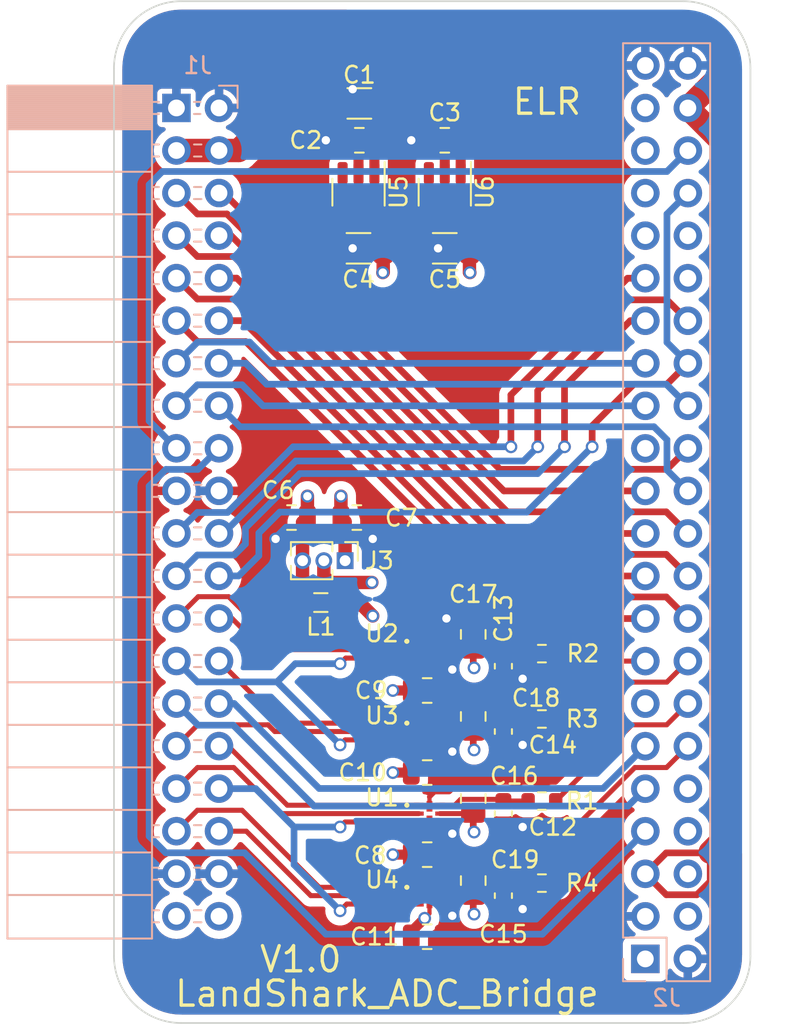
<source format=kicad_pcb>
(kicad_pcb (version 20211014) (generator pcbnew)
  (layers (0 "F.Cu" signal) (1 "In1.Cu" signal) (2 "In2.Cu" signal) (31 "B.Cu" signal) (34 "B.Paste" user) (35 "F.Paste" user) (36 "B.SilkS" user "B.Silkscreen") (37 "F.SilkS" user "F.Silkscreen") (38 "B.Mask" user) (39 "F.Mask" user) (44 "Edge.Cuts" user))
  (net 0 "")
  (net 1 "GND")
  (net 2 "+5V")
  (net 3 "/X1_H")
  (net 4 "/X1_L")
  (net 5 "/X2_H")
  (net 6 "/X2_L")
  (net 7 "/Y1_H")
  (net 8 "/Y1_L")
  (net 9 "/Y2_H")
  (net 10 "/Y2_L")
  (net 11 "/SPI2_MOSI")
  (net 12 "/SPI2_MISO")
  (net 13 "/SPI2_SCK")
  (net 14 "/SPI2_NCS")
  (net 15 "/I2C2_SDA")
  (net 16 "/I2C2_SCL")
  (net 17 "/I_X1")
  (net 18 "/I_X2")
  (net 19 "/I_Y1")
  (net 20 "/I_Y2")
  (net 21 "/V_X1")
  (net 22 "/V_X2")
  (net 23 "/V_Y1")
  (net 24 "/V_Y2")
  (net 25 "/ADC8")
  (net 26 "/ADC9")
  (net 27 "/PS_GPIO0")
  (net 28 "/PS_GPIO1")
  (net 29 "/PS_GPIO2")
  (net 30 "/PS_GPIO3")
  (net 31 "/PS_GPIO4")
  (net 32 "/PS_GPIO5")
  (net 33 "/VM")
  (net 38 "/I_Y2_SENSE")
  (net 40 "/I_X1_SENSE")
  (net 41 "/I_X2_SENSE")
  (net 42 "/I_Y1_SENSE")
  (net 50 "+3V3")
  (net 51 "+2V5")
  (net 52 "VDDA")
  (net 53 "Net-(U1-Pad7)")
  (net 54 "Net-(U2-Pad7)")
  (net 55 "Net-(U3-Pad7)")
  (net 56 "Net-(U4-Pad7)")
  (net 57 "VDD")
  (footprint "Resistor_SMD:R_0603_1608Metric" (layer "F.Cu") (at 157.55 107.95 180)
    (fp_text reference "R2")
    (fp_text value "330")
  )
  (footprint "Capacitor_SMD:C_0805_2012Metric" (layer "F.Cu") (at 150.7 124.85)
    (fp_text reference "C11")
    (fp_text value "1u")
  )
  (footprint "Capacitor_SMD:C_0603_1608Metric" (layer "F.Cu") (at 155.25 108.7 90)
    (fp_text reference "C13")
    (fp_text value "470p")
  )
  (footprint "Connector_PinHeader_1.27mm:PinHeader_1x03_P1.27mm_Vertical" (layer "F.Cu") (at 145.8 102.4 -90)
    (fp_text reference "J3")
    (fp_text value "Conn_01x03")
  )
  (footprint "Capacitor_SMD:C_0805_2012Metric" (layer "F.Cu") (at 153.45 121.5 -90)
    (fp_text reference "C19")
    (fp_text value "1u")
  )
  (footprint "Signetics:ADS7052IRUGR" (layer "F.Cu") (at 150.2 107.215 -90)
    (fp_text reference "U2")
    (fp_text value "ADS7052")
  )
  (footprint "Signetics:ADS7052IRUGR" (layer "F.Cu") (at 150.2025 121.9 -90)
    (fp_text reference "U4")
    (fp_text value "ADS7052")
  )
  (footprint "Capacitor_SMD:C_0805_2012Metric" (layer "F.Cu") (at 153.45 116.6 -90)
    (fp_text reference "C16")
    (fp_text value "1u")
  )
  (footprint "Capacitor_SMD:C_0805_2012Metric" (layer "F.Cu") (at 150.7 110.15)
    (fp_text reference "C9")
    (fp_text value "1u")
  )
  (footprint "Capacitor_SMD:C_1206_3216Metric" (layer "F.Cu") (at 146.65 75.1 180)
    (fp_text reference "C1")
    (fp_text value "10u")
  )
  (footprint "Capacitor_SMD:C_0805_2012Metric" (layer "F.Cu") (at 142.6 99.825 180)
    (fp_text reference "C6")
    (fp_text value "1u")
  )
  (footprint "Resistor_SMD:R_0603_1608Metric" (layer "F.Cu") (at 157.55 111.85 180)
    (fp_text reference "R3")
    (fp_text value "330")
  )
  (footprint "Capacitor_SMD:C_0805_2012Metric" (layer "F.Cu") (at 153.45 111.7 -90)
    (fp_text reference "C18")
    (fp_text value "1u")
  )
  (footprint "Resistor_SMD:R_0603_1608Metric" (layer "F.Cu") (at 157.55 116.75 180)
    (fp_text reference "R1")
    (fp_text value "330")
  )
  (footprint "Capacitor_SMD:C_0603_1608Metric" (layer "F.Cu") (at 155.25 122.4 90)
    (fp_text reference "C15")
    (fp_text value "470p")
  )
  (footprint "Capacitor_SMD:C_0805_2012Metric" (layer "F.Cu") (at 151.75 77.3 180)
    (fp_text reference "C3")
    (fp_text value "1u")
  )
  (footprint "Capacitor_SMD:C_0805_2012Metric" (layer "F.Cu") (at 150.7 115.05)
    (fp_text reference "C10")
    (fp_text value "1u")
  )
  (footprint "Package_TO_SOT_SMD:SOT-23-5" (layer "F.Cu") (at 146.6 80.4 -90)
    (fp_text reference "U5")
    (fp_text value "XC6219B332MR")
  )
  (footprint "Capacitor_SMD:C_0805_2012Metric" (layer "F.Cu") (at 146.5 99.825)
    (fp_text reference "C7")
    (fp_text value "1u")
  )
  (footprint "Signetics:ADS7052IRUGR" (layer "F.Cu") (at 150.2025 112.1 -90)
    (fp_text reference "U3")
    (fp_text value "ADS7052")
  )
  (footprint "Capacitor_SMD:C_0805_2012Metric" (layer "F.Cu") (at 150.7 119.95)
    (fp_text reference "C8")
    (fp_text value "1u")
  )
  (footprint "Package_TO_SOT_SMD:SOT-23-5" (layer "F.Cu") (at 151.75 80.4 -90)
    (fp_text reference "U6")
    (fp_text value "ME6211C25M5G-N")
  )
  (footprint "Capacitor_SMD:C_0805_2012Metric" (layer "F.Cu") (at 153.45 106.8 -90)
    (fp_text reference "C17")
    (fp_text value "1u")
  )
  (footprint "Signetics:ADS7052IRUGR" (layer "F.Cu") (at 150.2025 117 -90)
    (fp_text reference "U1")
    (fp_text value "ADS7052")
  )
  (footprint "Capacitor_SMD:C_1206_3216Metric" (layer "F.Cu") (at 146.6 83.75 180)
    (fp_text reference "C4")
    (fp_text value "10u")
  )
  (footprint "Resistor_SMD:R_0603_1608Metric" (layer "F.Cu") (at 157.55 121.65 180)
    (fp_text reference "R4")
    (fp_text value "330")
  )
  (footprint "Inductor_SMD:L_0805_2012Metric" (layer "F.Cu") (at 144.35 104.9)
    (fp_text reference "L1")
    (fp_text value "L")
  )
  (footprint "Capacitor_SMD:C_0603_1608Metric" (layer "F.Cu") (at 155.25 117.5 90)
    (fp_text reference "C12")
    (fp_text value "470p")
  )
  (footprint "Capacitor_SMD:C_0603_1608Metric" (layer "F.Cu") (at 155.25 112.6 90)
    (fp_text reference "C14")
    (fp_text value "470p")
  )
  (footprint "Capacitor_SMD:C_0805_2012Metric" (layer "F.Cu") (at 146.65 77.3 180)
    (fp_text reference "C2")
    (fp_text value "1u")
  )
  (footprint "Capacitor_SMD:C_1206_3216Metric" (layer "F.Cu") (at 151.75 83.75 180)
    (fp_text reference "C5")
    (fp_text value "10u")
  )
  (footprint "Connector_PinHeader_2.54mm:PinHeader_2x22_P2.54mm_Vertical" (layer "B.Cu") (at 163.725 126.175)
    (fp_text reference "J2")
    (fp_text value "Conn_02x22_Odd_Even")
  )
  (footprint "Signetics:con_Alchemy_mirrored" (layer "B.Cu") (at 137 99.5 180)
    (fp_text reference "J1")
    (fp_text value "Conn_02x20_Odd_Even")
  )
  (gr_arc (start 132 73) (mid 133.171573 70.171573) (end 136 69) (layer "Edge.Cuts") (width 0.1))
  (gr_arc (start 170 126) (mid 168.828427 128.828427) (end 166 130) (layer "Edge.Cuts") (width 0.1))
  (gr_line locked (start 170 73) (end 170 126) (layer "Edge.Cuts") (width 0.1))
  (gr_line locked (start 132 126) (end 132 73) (layer "Edge.Cuts") (width 0.1))
  (gr_line locked (start 166 130) (end 136 130) (layer "Edge.Cuts") (width 0.1))
  (gr_arc (start 166 69) (mid 168.828427 70.171573) (end 170 73) (layer "Edge.Cuts") (width 0.1))
  (gr_line locked (start 136 69) (end 166 69) (layer "Edge.Cuts") (width 0.1))
  (gr_arc (start 136 130) (mid 133.171573 128.828427) (end 132 126) (layer "Edge.Cuts") (width 0.1))
  (gr_text "ELR" (at 157.85 75) (layer "F.SilkS") (effects (font (size 1.5 1.5) (thickness 0.2))))
  (gr_text "LandShark_ADC_Bridge" (at 148.3 128.25) (layer "F.SilkS") (effects (font (size 1.5 1.5) (thickness 0.2))))
  (gr_text "V1.0" (at 143.15 126.2) (layer "F.SilkS") (effects (font (size 1.5 1.5) (thickness 0.2))))
  (segment (start 145.7 77.3) (end 145.7 75.625) (width 0.8) (layer "F.Cu") (net 1))
  (segment (start 151.65 114.35) (end 152.2 113.8) (width 0.4) (layer "F.Cu") (net 1))
  (segment (start 151.65 115.05) (end 151.65 114.35) (width 0.4) (layer "F.Cu") (net 1))
  (segment (start 151.65 109.45) (end 152.2 108.9) (width 0.4) (layer "F.Cu") (net 1))
  (segment (start 156.375 113.375) (end 156.4 113.4) (width 0.4) (layer "F.Cu") (net 1))
  (segment (start 155.25 123.55) (end 153.9 124.9) (width 0.4) (layer "F.Cu") (net 1))
  (segment (start 150.835 107.28) (end 150.835 106.865) (width 0.25) (layer "F.Cu") (net 1))
  (segment (start 155.25 123.175) (end 155.25 123.55) (width 0.4) (layer "F.Cu") (net 1))
  (segment (start 151.5 118) (end 152.2 118.7) (width 0.3) (layer "F.Cu") (net 1))
  (segment (start 152.25 120.55) (end 151.65 119.95) (width 0.4) (layer "F.Cu") (net 1))
  (segment (start 153.45 105.85) (end 151.85 105.85) (width 0.4) (layer "F.Cu") (net 1))
  (segment (start 151.65 124.15) (end 152.2 123.6) (width 0.4) (layer "F.Cu") (net 1))
  (segment (start 150.8375 116.5) (end 151.6875 115.65) (width 0.3) (layer "F.Cu") (net 1))
  (segment (start 151.65 110.15) (end 151.65 109.45) (width 0.4) (layer "F.Cu") (net 1))
  (segment (start 151.5 122.9) (end 152.2 123.6) (width 0.3) (layer "F.Cu") (net 1))
  (segment (start 145.7 75.625) (end 145.175 75.1) (width 0.8) (layer "F.Cu") (net 1))
  (segment (start 150.835 106.865) (end 151.85 105.85) (width 0.3) (layer "F.Cu") (net 1))
  (segment (start 145.175 75.1) (end 145.4 75.1) (width 0.8) (layer "F.Cu") (net 1))
  (segment (start 155.25 118.275) (end 155.25 118.75) (width 0.4) (layer "F.Cu") (net 1))
  (segment (start 145.4 75.1) (end 146.25 74.25) (width 0.8) (layer "F.Cu") (net 1))
  (segment (start 150.275 83.75) (end 151.35 83.75) (width 0.8) (layer "F.Cu") (net 1))
  (segment (start 155.25 118.275) (end 156.375 118.275) (width 0.4) (layer "F.Cu") (net 1))
  (segment (start 146.6 79.2625) (end 146.6 78.2) (width 0.6) (layer "F.Cu") (net 1))
  (segment (start 153.9 124.9) (end 151.7 124.9) (width 0.4) (layer "F.Cu") (net 1))
  (segment (start 151.4725 113.1) (end 151.5 113.1) (width 0.3) (layer "F.Cu") (net 1))
  (segment (start 147.45 99.825) (end 147.45 101.1) (width 0.8) (layer "F.Cu") (net 1))
  (segment (start 150.8 77.3) (end 149.75 77.3) (width 0.8) (layer "F.Cu") (net 1))
  (segment (start 156.375 123.175) (end 156.4 123.2) (width 0.4) (layer "F.Cu") (net 1))
  (segment (start 151.75 79.2625) (end 151.75 78.25) (width 0.6) (layer "F.Cu") (net 1))
  (segment (start 150.8375 117.065) (end 150.8375 116.5) (width 0.25) (layer "F.Cu") (net 1))
  (segment (start 151.6875 115.65) (end 153.45 115.65) (width 0.25) (layer "F.Cu") (net 1))
  (segment (start 151.75 78.25) (end 150.8 77.3) (width 0.6) (layer "F.Cu") (net 1))
  (segment (start 145.125 83.75) (end 146.25 83.75) (width 0.8) (layer "F.Cu") (net 1))
  (segment (start 150.8375 112.165) (end 150.8375 111.6) (width 0.25) (layer "F.Cu") (net 1))
  (segment (start 155.25 109.475) (end 156.375 109.475) (width 0.4) (layer "F.Cu") (net 1))
  (segment (start 156.375 109.475) (end 156.4 109.45) (width 0.4) (layer "F.Cu") (net 1))
  (segment (start 151.5 113.1) (end 152.2 113.8) (width 0.3) (layer "F.Cu") (net 1))
  (segment (start 151.65 124.85) (end 151.65 124.15) (width 0.4) (layer "F.Cu") (net 1))
  (segment (start 151.4725 118) (end 151.5 118) (width 0.3) (layer "F.Cu") (net 1))
  (segment (start 151.4725 122.9) (end 151.5 122.9) (width 0.3) (layer "F.Cu") (net 1))
  (segment (start 145.7 77.3) (end 144.65 77.3) (width 0.8) (layer "F.Cu") (net 1))
  (segment (start 150.8375 111.6) (end 151.6875 110.75) (width 0.3) (layer "F.Cu") (net 1))
  (segment (start 155.25 118.75) (end 153.45 120.55) (width 0.4) (layer "F.Cu") (net 1))
  (segment (start 151.65 119.95) (end 151.65 119.25) (width 0.4) (layer "F.Cu") (net 1))
  (segment (start 152.25 115.65) (end 151.65 115.05) (width 0.4) (layer "F.Cu") (net 1))
  (segment (start 151.65 119.25) (end 152.2 118.7) (width 0.4) (layer "F.Cu") (net 1))
  (segment (start 152.25 110.75) (end 151.65 110.15) (width 0.4) (layer "F.Cu") (net 1))
  (segment (start 150.8375 121.445978) (end 151.733478 120.55) (width 0.3) (layer "F.Cu") (net 1))
  (segment (start 151.7 124.9) (end 151.65 124.85) (width 0.4) (layer "F.Cu") (net 1))
  (segment (start 151.6875 110.75) (end 153.45 110.75) (width 0.25) (layer "F.Cu") (net 1))
  (segment (start 151.47 108.215) (end 151.515 108.215) (width 0.3) (layer "F.Cu") (net 1))
  (segment (start 151.733478 120.55) (end 153.45 120.55) (width 0.25) (layer "F.Cu") (net 1))
  (segment (start 141.65 99.825) (end 141.65 101.1) (width 0.8) (layer "F.Cu") (net 1))
  (segment (start 156.375 118.275) (end 156.4 118.3) (width 0.4) (layer "F.Cu") (net 1))
  (segment (start 155.25 123.175) (end 156.375 123.175) (width 0.4) (layer "F.Cu") (net 1))
  (segment (start 146.6 78.2) (end 145.7 77.3) (width 0.6) (layer "F.Cu") (net 1))
  (segment (start 153.45 120.55) (end 152.25 120.55) (width 0.4) (layer "F.Cu") (net 1))
  (segment (start 153.45 115.65) (end 152.25 115.65) (width 0.4) (layer "F.Cu") (net 1))
  (segment (start 153.45 110.75) (end 153.975 110.75) (width 0.4) (layer "F.Cu") (net 1))
  (segment (start 155.25 113.375) (end 156.375 113.375) (width 0.4) (layer "F.Cu") (net 1))
  (segment (start 150.8375 121.965) (end 150.8375 121.445978) (width 0.25) (layer "F.Cu") (net 1))
  (segment (start 151.515 108.215) (end 152.2 108.9) (width 0.3) (layer "F.Cu") (net 1))
  (segment (start 155.25 113.85) (end 153.45 115.65) (width 0.4) (layer "F.Cu") (net 1))
  (segment (start 153.45 110.75) (end 152.25 110.75) (width 0.4) (layer "F.Cu") (net 1))
  (segment (start 153.975 110.75) (end 155.25 109.475) (width 0.4) (layer "F.Cu") (net 1))
  (segment (start 155.25 113.375) (end 155.25 113.85) (width 0.4) (layer "F.Cu") (net 1))
  (via (at 156.4 113.4) (size 0.76) (drill 0.5) (layers "F.Cu" "B.Cu") (net 1))
  (via (at 156.4 118.3) (size 0.76) (drill 0.5) (layers "F.Cu" "B.Cu") (net 1))
  (via (at 152.2 123.6) (size 0.76) (drill 0.5) (layers "F.Cu" "B.Cu") (net 1))
  (via (at 149.75 77.3) (size 0.76) (drill 0.5) (layers "F.Cu" "B.Cu") (net 1))
  (via (at 146.25 74.25) (size 0.76) (drill 0.5) (layers "F.Cu" "B.Cu") (net 1))
  (via (at 146.25 83.75) (size 0.76) (drill 0.5) (layers "F.Cu" "B.Cu") (net 1))
  (via (at 141.65 101.1) (size 0.76) (drill 0.5) (layers "F.Cu" "B.Cu") (net 1))
  (via (at 151.35 83.75) (size 0.76) (drill 0.5) (layers "F.Cu" "B.Cu") (net 1))
  (via (at 152.2 118.7) (size 0.76) (drill 0.5) (layers "F.Cu" "B.Cu") (net 1))
  (via (at 152.2 108.9) (size 0.76) (drill 0.5) (layers "F.Cu" "B.Cu") (net 1))
  (via (at 156.4 109.45) (size 0.76) (drill 0.5) (layers "F.Cu" "B.Cu") (net 1))
  (via (at 151.85 105.85) (size 0.76) (drill 0.5) (layers "F.Cu" "B.Cu") (net 1))
  (via (at 147.45 101.1) (size 0.76) (drill 0.5) (layers "F.Cu" "B.Cu") (net 1))
  (via (at 156.4 123.2) (size 0.76) (drill 0.5) (layers "F.Cu" "B.Cu") (net 1))
  (via (at 152.2 113.8) (size 0.76) (drill 0.5) (layers "F.Cu" "B.Cu") (net 1))
  (via (at 144.65 77.3) (size 0.76) (drill 0.5) (layers "F.Cu" "B.Cu") (net 1))
  (segment (start 168.1 73.54) (end 166.265 75.375) (width 1.4) (layer "F.Cu") (net 2))
  (segment (start 168.1 72.05) (end 168.1 73.54) (width 1.4) (layer "F.Cu") (net 2))
  (segment (start 166.75 70.7) (end 168.1 72.05) (width 1.4) (layer "F.Cu") (net 2))
  (segment (start 152.7 79.95) (end 152.7 79.2625) (width 0.4) (layer "F.Cu") (net 2))
  (segment (start 163.725 121.095) (end 164.974511 119.845489) (width 0.4) (layer "F.Cu") (net 2))
  (segment (start 147.6 77.3) (end 147.6 75.625) (width 0.8) (layer "F.Cu") (net 2))
  (segment (start 146.65 70.7) (end 148.1 70.7) (width 1.4) (layer "F.Cu") (net 2))
  (segment (start 147.55 77.35) (end 147.6 77.3) (width 0.6) (layer "F.Cu") (net 2))
  (segment (start 168.35 77.45) (end 168.35 119.05) (width 1.4) (layer "F.Cu") (net 2))
  (segment (start 166.265 75.375) (end 166.275 75.375) (width 1.4) (layer "F.Cu") (net 2))
  (segment (start 148.125 70.725) (end 148.1 70.7) (width 0.8) (layer "F.Cu") (net 2))
  (segment (start 147.55 79.95) (end 147.55 79.2625) (width 0.4) (layer "F.Cu") (net 2))
  (segment (start 151.25 80.4) (end 152.25 80.4) (width 0.4) (layer "F.Cu") (net 2))
  (segment (start 152.25 80.4) (end 152.7 79.95) (width 0.4) (layer "F.Cu") (net 2))
  (segment (start 135.73 77.91) (end 138.27 77.91) (width 1.4) (layer "F.Cu") (net 2))
  (segment (start 151.4 75.1) (end 148.125 75.1) (width 0.8) (layer "F.Cu") (net 2))
  (segment (start 168.35 119.05) (end 167.6 119.8) (width 1.4) (layer "F.Cu") (net 2))
  (segment (start 138.27 77.91) (end 139.44 77.91) (width 1.4) (layer "F.Cu") (net 2))
  (segment (start 147.6 75.625) (end 148.125 75.1) (width 0.8) (layer "F.Cu") (net 2))
  (segment (start 164.974511 119.845489) (end 167.554511 119.845489) (width 0.4) (layer "F.Cu") (net 2))
  (segment (start 146.1 80.4) (end 147.1 80.4) (width 0.4) (layer "F.Cu") (net 2))
  (segment (start 167.554511 119.845489) (end 167.6 119.8) (width 0.4) (layer "F.Cu") (net 2))
  (segment (start 152.7 79.2625) (end 152.7 77.3) (width 0.6) (layer "F.Cu") (net 2))
  (segment (start 147.55 79.2625) (end 147.55 77.35) (width 0.6) (layer "F.Cu") (net 2))
  (segment (start 148.125 75.1) (end 148.125 70.725) (width 0.8) (layer "F.Cu") (net 2))
  (segment (start 147.1 80.4) (end 147.55 79.95) (width 0.4) (layer "F.Cu") (net 2))
  (segment (start 148.1 70.7) (end 152.7 70.7) (width 1.4) (layer "F.Cu") (net 2))
  (segment (start 145.65 79.2625) (end 145.65 79.95) (width 0.4) (layer "F.Cu") (net 2))
  (segment (start 152.7 77.3) (end 152.7 76.4) (width 0.8) (layer "F.Cu") (net 2))
  (segment (start 152.7 76.4) (end 151.4 75.1) (width 0.8) (layer "F.Cu") (net 2))
  (segment (start 145.65 79.95) (end 146.1 80.4) (width 0.4) (layer "F.Cu") (net 2))
  (segment (start 164.974511 122.344511) (end 166.805489 122.344511) (width 0.4) (layer "F.Cu") (net 2))
  (segment (start 152.7 70.7) (end 166.75 70.7) (width 1.4) (layer "F.Cu") (net 2))
  (segment (start 150.8 79.2625) (end 150.8 79.95) (width 0.4) (layer "F.Cu") (net 2))
  (segment (start 139.44 77.91) (end 146.65 70.7) (width 1.4) (layer "F.Cu") (net 2))
  (segment (start 163.725 121.095) (end 164.974511 122.344511) (width 0.4) (layer "F.Cu") (net 2))
  (segment (start 166.805489 122.344511) (end 167.6 121.55) (width 0.4) (layer "F.Cu") (net 2))
  (segment (start 167.6 121.55) (end 167.6 119.8) (width 0.4) (layer "F.Cu") (net 2))
  (segment (start 166.275 75.375) (end 168.35 77.45) (width 1.4) (layer "F.Cu") (net 2))
  (segment (start 150.8 79.95) (end 151.25 80.4) (width 0.4) (layer "F.Cu") (net 2))
  (segment (start 155.282076 98.235) (end 163.725 98.235) (width 0.4) (layer "F.Cu") (net 3))
  (segment (start 138.746587 81.699511) (end 155.282076 98.235) (width 0.4) (layer "F.Cu") (net 3))
  (segment (start 135.73 80.45) (end 136.979511 81.699511) (width 0.4) (layer "F.Cu") (net 3))
  (segment (start 136.979511 81.699511) (end 138.746587 81.699511) (width 0.4) (layer "F.Cu") (net 3))
  (segment (start 155.044511 96.944511) (end 165.015489 96.944511) (width 0.4) (layer "F.Cu") (net 4))
  (segment (start 165.015489 96.944511) (end 166.265 95.695) (width 0.4) (layer "F.Cu") (net 4))
  (segment (start 138.55 80.45) (end 155.044511 96.944511) (width 0.4) (layer "F.Cu") (net 4))
  (segment (start 138.27 80.45) (end 138.55 80.45) (width 0.4) (layer "F.Cu") (net 4))
  (segment (start 135.73 82.99) (end 136.979511 84.239511) (width 0.4) (layer "F.Cu") (net 5))
  (segment (start 136.979511 84.239511) (end 139.164511 84.239511) (width 0.4) (layer "F.Cu") (net 5))
  (segment (start 139.164511 84.239511) (end 155.7 100.775) (width 0.4) (layer "F.Cu") (net 5))
  (segment (start 155.7 100.775) (end 163.725 100.775) (width 0.4) (layer "F.Cu") (net 5))
  (segment (start 164.974511 99.484511) (end 166.265 100.775) (width 0.4) (layer "F.Cu") (net 6))
  (segment (start 138.27 82.99) (end 138.99 82.99) (width 0.4) (layer "F.Cu") (net 6))
  (segment (start 155.484511 99.484511) (end 164.974511 99.484511) (width 0.4) (layer "F.Cu") (net 6))
  (segment (start 138.99 82.99) (end 155.484511 99.484511) (width 0.4) (layer "F.Cu") (net 6))
  (segment (start 156.015 103.315) (end 163.725 103.315) (width 0.4) (layer "F.Cu") (net 7))
  (segment (start 139.479511 86.779511) (end 156.015 103.315) (width 0.4) (layer "F.Cu") (net 7))
  (segment (start 136.979511 86.779511) (end 139.479511 86.779511) (width 0.4) (layer "F.Cu") (net 7))
  (segment (start 135.73 85.53) (end 136.979511 86.779511) (width 0.4) (layer "F.Cu") (net 7))
  (segment (start 155.824511 102.024511) (end 164.974511 102.024511) (width 0.4) (layer "F.Cu") (net 8))
  (segment (start 138.27 85.53) (end 139.33 85.53) (width 0.4) (layer "F.Cu") (net 8))
  (segment (start 164.974511 102.024511) (end 166.265 103.315) (width 0.4) (layer "F.Cu") (net 8))
  (segment (start 139.33 85.53) (end 155.824511 102.024511) (width 0.4) (layer "F.Cu") (net 8))
  (segment (start 135.73 88.07) (end 136.979511 89.319511) (width 0.4) (layer "F.Cu") (net 9))
  (segment (start 156.405 105.855) (end 163.725 105.855) (width 0.4) (layer "F.Cu") (net 9))
  (segment (start 136.979511 89.319511) (end 139.869511 89.319511) (width 0.4) (layer "F.Cu") (net 9))
  (segment (start 139.869511 89.319511) (end 156.405 105.855) (width 0.4) (layer "F.Cu") (net 9))
  (segment (start 156.164511 104.564511) (end 164.974511 104.564511) (width 0.4) (layer "F.Cu") (net 10))
  (segment (start 164.974511 104.564511) (end 166.265 105.855) (width 0.4) (layer "F.Cu") (net 10))
  (segment (start 139.67 88.07) (end 156.164511 104.564511) (width 0.4) (layer "F.Cu") (net 10))
  (segment (start 138.27 88.07) (end 139.67 88.07) (width 0.4) (layer "F.Cu") (net 10))
  (segment (start 140.1 89.35) (end 136.99 89.35) (width 0.4) (layer "B.Cu") (net 11))
  (segment (start 141.365 90.615) (end 140.1 89.35) (width 0.4) (layer "B.Cu") (net 11))
  (segment (start 163.725 90.615) (end 141.365 90.615) (width 0.4) (layer "B.Cu") (net 11))
  (segment (start 136.99 89.35) (end 135.73 90.61) (width 0.4) (layer "B.Cu") (net 11))
  (segment (start 164.974511 91.864511) (end 166.265 93.155) (width 0.4) (layer "B.Cu") (net 12))
  (segment (start 141.114511 91.864511) (end 164.974511 91.864511) (width 0.4) (layer "B.Cu") (net 12))
  (segment (start 139.86 90.61) (end 141.114511 91.864511) (width 0.4) (layer "B.Cu") (net 12))
  (segment (start 138.27 90.61) (end 139.86 90.61) (width 0.4) (layer "B.Cu") (net 12))
  (segment (start 139.650489 91.900489) (end 140.905 93.155) (width 0.4) (layer "B.Cu") (net 13))
  (segment (start 135.73 93.15) (end 136.979511 91.900489) (width 0.4) (layer "B.Cu") (net 13))
  (segment (start 140.905 93.155) (end 163.725 93.155) (width 0.4) (layer "B.Cu") (net 13))
  (segment (start 136.979511 91.900489) (end 139.650489 91.900489) (width 0.4) (layer "B.Cu") (net 13))
  (segment (start 139.524511 94.404511) (end 164.242565 94.404511) (width 0.4) (layer "B.Cu") (net 14))
  (segment (start 138.27 93.15) (end 139.524511 94.404511) (width 0.4) (layer "B.Cu") (net 14))
  (segment (start 164.242565 94.404511) (end 165.015489 95.177435) (width 0.4) (layer "B.Cu") (net 14))
  (segment (start 165.015489 95.177435) (end 165.015489 96.985489) (width 0.4) (layer "B.Cu") (net 14))
  (segment (start 165.015489 96.985489) (end 166.265 98.235) (width 0.4) (layer "B.Cu") (net 14))
  (segment (start 134.885489 79.164511) (end 165.015489 79.164511) (width 0.4) (layer "B.Cu") (net 15))
  (segment (start 165.015489 79.164511) (end 166.265 77.915) (width 0.4) (layer "B.Cu") (net 15))
  (segment (start 134.1 79.95) (end 134.885489 79.164511) (width 0.4) (layer "B.Cu") (net 15))
  (segment (start 135.73 95.69) (end 134.1 94.06) (width 0.4) (layer "B.Cu") (net 15))
  (segment (start 134.1 94.06) (end 134.1 79.95) (width 0.4) (layer "B.Cu") (net 15))
  (segment (start 138.27 95.69) (end 137.01 96.95) (width 0.4) (layer "B.Cu") (net 16))
  (segment (start 144.65 124.7) (end 157.58 124.7) (width 0.4) (layer "B.Cu") (net 16))
  (segment (start 135.1 96.95) (end 134.1 97.95) (width 0.4) (layer "B.Cu") (net 16))
  (segment (start 135.090489 119.840489) (end 139.790489 119.840489) (width 0.4) (layer "B.Cu") (net 16))
  (segment (start 139.790489 119.840489) (end 144.65 124.7) (width 0.4) (layer "B.Cu") (net 16))
  (segment (start 134.1 118.85) (end 135.090489 119.840489) (width 0.4) (layer "B.Cu") (net 16))
  (segment (start 137.01 96.95) (end 135.1 96.95) (width 0.4) (layer "B.Cu") (net 16))
  (segment (start 157.58 124.7) (end 163.725 118.555) (width 0.4) (layer "B.Cu") (net 16))
  (segment (start 134.1 97.95) (end 134.1 118.85) (width 0.4) (layer "B.Cu") (net 16))
  (segment (start 162.665 85.535) (end 163.725 85.535) (width 0.4) (layer "F.Cu") (net 17))
  (segment (start 155.7 92.5) (end 162.665 85.535) (width 0.4) (layer "F.Cu") (net 17))
  (segment (start 155.7 95.6) (end 155.7 92.5) (width 0.4) (layer "F.Cu") (net 17))
  (via (at 155.7 95.6) (size 0.76) (drill 0.5) (layers "F.Cu" "B.Cu") (net 17))
  (segment (start 142.7 95.6) (end 155.7 95.6) (width 0.4) (layer "B.Cu") (net 17))
  (segment (start 138.779511 99.520489) (end 142.7 95.6) (width 0.4) (layer "B.Cu") (net 17))
  (segment (start 136.979511 99.520489) (end 138.779511 99.520489) (width 0.4) (layer "B.Cu") (net 17))
  (segment (start 135.73 100.77) (end 136.979511 99.520489) (width 0.4) (layer "B.Cu") (net 17))
  (segment (start 162.724511 86.825489) (end 157.3 92.25) (width 0.4) (layer "F.Cu") (net 18))
  (segment (start 157.3 92.25) (end 157.3 95.6) (width 0.4) (layer "F.Cu") (net 18))
  (segment (start 165.015489 86.825489) (end 162.724511 86.825489) (width 0.4) (layer "F.Cu") (net 18))
  (segment (start 166.265 88.075) (end 165.015489 86.825489) (width 0.4) (layer "F.Cu") (net 18))
  (via (at 157.3 95.6) (size 0.76) (drill 0.5) (layers "F.Cu" "B.Cu") (net 18))
  (segment (start 138.27 100.77) (end 138.53 100.77) (width 0.4) (layer "B.Cu") (net 18))
  (segment (start 142.85 96.45) (end 156.45 96.45) (width 0.4) (layer "B.Cu") (net 18))
  (segment (start 138.53 100.77) (end 142.85 96.45) (width 0.4) (layer "B.Cu") (net 18))
  (segment (start 156.45 96.45) (end 157.3 95.6) (width 0.4) (layer "B.Cu") (net 18))
  (segment (start 158.9 95.6) (end 158.9 92) (width 0.4) (layer "F.Cu") (net 19))
  (segment (start 158.9 92) (end 162.825 88.075) (width 0.4) (layer "F.Cu") (net 19))
  (segment (start 162.825 88.075) (end 163.725 88.075) (width 0.4) (layer "F.Cu") (net 19))
  (via (at 158.9 95.6) (size 0.76) (drill 0.5) (layers "F.Cu" "B.Cu") (net 19))
  (segment (start 143.1 97.2) (end 157.3 97.2) (width 0.4) (layer "B.Cu") (net 19))
  (segment (start 139.85 100.45) (end 143.1 97.2) (width 0.4) (layer "B.Cu") (net 19))
  (segment (start 139.189511 102.060489) (end 139.85 101.4) (width 0.4) (layer "B.Cu") (net 19))
  (segment (start 136.979511 102.060489) (end 139.189511 102.060489) (width 0.4) (layer "B.Cu") (net 19))
  (segment (start 139.85 101.4) (end 139.85 100.45) (width 0.4) (layer "B.Cu") (net 19))
  (segment (start 157.3 97.2) (end 158.9 95.6) (width 0.4) (layer "B.Cu") (net 19))
  (segment (start 135.73 103.31) (end 136.979511 102.060489) (width 0.4) (layer "B.Cu") (net 19))
  (segment (start 166.265 90.615) (end 165.015489 91.864511) (width 0.4) (layer "F.Cu") (net 20))
  (segment (start 165.015489 91.864511) (end 163.035489 91.864511) (width 0.4) (layer "F.Cu") (net 20))
  (segment (start 160.55 94.35) (end 160.55 95.6) (width 0.4) (layer "F.Cu") (net 20))
  (segment (start 163.035489 91.864511) (end 160.55 94.35) (width 0.4) (layer "F.Cu") (net 20))
  (via (at 160.55 95.6) (size 0.76) (drill 0.5) (layers "F.Cu" "B.Cu") (net 20))
  (segment (start 141.9 99.5) (end 156.65 99.5) (width 0.4) (layer "B.Cu") (net 20))
  (segment (start 156.65 99.5) (end 160.55 95.6) (width 0.4) (layer "B.Cu") (net 20))
  (segment (start 165.015489 89.365489) (end 166.265 90.615) (width 0.4) (layer "B.Cu") (net 20))
  (segment (start 138.27 103.31) (end 139.44 103.31) (width 0.4) (layer "B.Cu") (net 20))
  (segment (start 166.265 80.455) (end 165.015489 81.704511) (width 0.4) (layer "B.Cu") (net 20))
  (segment (start 140.65 100.75) (end 141.9 99.5) (width 0.4) (layer "B.Cu") (net 20))
  (segment (start 165.015489 81.704511) (end 165.015489 89.365489) (width 0.4) (layer "B.Cu") (net 20))
  (segment (start 139.44 103.31) (end 140.65 102.1) (width 0.4) (layer "B.Cu") (net 20))
  (segment (start 140.65 102.1) (end 140.65 100.75) (width 0.4) (layer "B.Cu") (net 20))
  (segment (start 141.515 107.215) (end 138.85 104.55) (width 0.3) (layer "F.Cu") (net 21))
  (segment (start 138.85 104.55) (end 137.03 104.55) (width 0.3) (layer "F.Cu") (net 21))
  (segment (start 137.03 104.55) (end 135.73 105.85) (width 0.3) (layer "F.Cu") (net 21))
  (segment (start 150.2 107.215) (end 141.515 107.215) (width 0.3) (layer "F.Cu") (net 21))
  (segment (start 140.915 107.715) (end 139.05 105.85) (width 0.3) (layer "F.Cu") (net 22))
  (segment (start 139.05 105.85) (end 138.27 105.85) (width 0.3) (layer "F.Cu") (net 22))
  (segment (start 150.2 107.715) (end 140.915 107.715) (width 0.3) (layer "F.Cu") (net 22))
  (segment (start 150.2025 113.1) (end 145.8 113.1) (width 0.3) (layer "F.Cu") (net 23))
  (segment (start 145.8 113.1) (end 145.5 113.4) (width 0.3) (layer "F.Cu") (net 23))
  (segment (start 145.835 108.215) (end 145.5 108.55) (width 0.3) (layer "F.Cu") (net 23))
  (segment (start 150.2 108.215) (end 145.835 108.215) (width 0.3) (layer "F.Cu") (net 23))
  (via (at 145.5 108.55) (size 0.76) (drill 0.5) (layers "F.Cu" "B.Cu") (net 23))
  (via (at 145.5 113.4) (size 0.76) (drill 0.5) (layers "F.Cu" "B.Cu") (net 23))
  (segment (start 142.829022 108.55) (end 141.739511 109.639511) (width 0.4) (layer "B.Cu") (net 23))
  (segment (start 145.5 108.55) (end 142.829022 108.55) (width 0.4) (layer "B.Cu") (net 23))
  (segment (start 136.979511 109.639511) (end 141.739511 109.639511) (width 0.4) (layer "B.Cu") (net 23))
  (segment (start 141.739511 109.639511) (end 145.5 113.4) (width 0.4) (layer "B.Cu") (net 23))
  (segment (start 135.73 108.39) (end 136.979511 109.639511) (width 0.4) (layer "B.Cu") (net 23))
  (segment (start 150.2025 112.1) (end 141.98 112.1) (width 0.3) (layer "F.Cu") (net 24))
  (segment (start 141.98 112.1) (end 138.27 108.39) (width 0.3) (layer "F.Cu") (net 24))
  (segment (start 162.69 117.05) (end 143.95 117.05) (width 0.4) (layer "B.Cu") (net 25))
  (segment (start 143.95 117.05) (end 139.120489 112.220489) (width 0.4) (layer "B.Cu") (net 25))
  (segment (start 139.120489 112.220489) (end 137.020489 112.220489) (width 0.4) (layer "B.Cu") (net 25))
  (segment (start 163.725 116.015) (end 162.69 117.05) (width 0.4) (layer "B.Cu") (net 25))
  (segment (start 137.020489 112.220489) (end 135.73 110.93) (width 0.4) (layer "B.Cu") (net 25))
  (segment (start 144.25 116) (end 139.18 110.93) (width 0.4) (layer "B.Cu") (net 26))
  (segment (start 139.18 110.93) (end 138.27 110.93) (width 0.4) (layer "B.Cu") (net 26))
  (segment (start 161.2 116) (end 144.25 116) (width 0.4) (layer "B.Cu") (net 26))
  (segment (start 163.725 113.475) (end 161.2 116) (width 0.4) (layer "B.Cu") (net 26))
  (segment (start 137 112.2) (end 135.73 113.47) (width 0.3) (layer "F.Cu") (net 27))
  (segment (start 141.6 112.6) (end 141.2 112.2) (width 0.3) (layer "F.Cu") (net 27))
  (segment (start 150.2025 112.6) (end 141.6 112.6) (width 0.3) (layer "F.Cu") (net 27))
  (segment (start 141.2 112.2) (end 137 112.2) (width 0.3) (layer "F.Cu") (net 27))
  (segment (start 138.82 113.47) (end 138.27 113.47) (width 0.3) (layer "F.Cu") (net 28))
  (segment (start 142.35 117) (end 138.82 113.47) (width 0.3) (layer "F.Cu") (net 28))
  (segment (start 150.2025 117) (end 142.35 117) (width 0.3) (layer "F.Cu") (net 28))
  (segment (start 141.9 117.5) (end 139.15 114.75) (width 0.3) (layer "F.Cu") (net 29))
  (segment (start 139.15 114.75) (end 136.99 114.75) (width 0.3) (layer "F.Cu") (net 29))
  (segment (start 150.2025 117.5) (end 141.9 117.5) (width 0.3) (layer "F.Cu") (net 29))
  (segment (start 136.99 114.75) (end 135.73 116.01) (width 0.3) (layer "F.Cu") (net 29))
  (segment (start 145.8 118) (end 145.5 118.3) (width 0.3) (layer "F.Cu") (net 30))
  (segment (start 150.2025 118) (end 145.8 118) (width 0.3) (layer "F.Cu") (net 30))
  (segment (start 150.2025 122.9) (end 145.9 122.9) (width 0.3) (layer "F.Cu") (net 30))
  (segment (start 145.9 122.9) (end 145.5 123.3) (width 0.3) (layer "F.Cu") (net 30))
  (via (at 145.5 123.3) (size 0.76) (drill 0.5) (layers "F.Cu" "B.Cu") (net 30))
  (via (at 145.5 118.3) (size 0.76) (drill 0.5) (layers "F.Cu" "B.Cu") (net 30))
  (segment (start 142.75 118.3) (end 142.75 120.55) (width 0.4) (layer "B.Cu") (net 30))
  (segment (start 142.75 118.3) (end 145.5 118.3) (width 0.4) (layer "B.Cu") (net 30))
  (segment (start 140.46 116.01) (end 142.75 118.3) (width 0.4) (layer "B.Cu") (net 30))
  (segment (start 138.27 116.01) (end 140.46 116.01) (width 0.4) (layer "B.Cu") (net 30))
  (segment (start 142.75 120.55) (end 145.5 123.3) (width 0.4) (layer "B.Cu") (net 30))
  (segment (start 136.98 117.3) (end 135.73 118.55) (width 0.3) (layer "F.Cu") (net 31))
  (segment (start 144.25 121.9) (end 139.65 117.3) (width 0.3) (layer "F.Cu") (net 31))
  (segment (start 139.65 117.3) (end 136.98 117.3) (width 0.3) (layer "F.Cu") (net 31))
  (segment (start 150.2025 121.9) (end 144.25 121.9) (width 0.3) (layer "F.Cu") (net 31))
  (segment (start 143.75 122.4) (end 139.9 118.55) (width 0.3) (layer "F.Cu") (net 32))
  (segment (start 139.9 118.55) (end 138.27 118.55) (width 0.3) (layer "F.Cu") (net 32))
  (segment (start 150.2025 122.4) (end 143.75 122.4) (width 0.3) (layer "F.Cu") (net 32))
  (segment (start 166.265 113.475) (end 164.99 114.75) (width 0.3) (layer "F.Cu") (net 38))
  (segment (start 164.99 114.75) (end 163.1 114.75) (width 0.3) (layer "F.Cu") (net 38))
  (segment (start 163.1 114.75) (end 158.375 119.475) (width 0.3) (layer "F.Cu") (net 38))
  (segment (start 158.375 119.475) (end 158.375 121.65) (width 0.3) (layer "F.Cu") (net 38))
  (segment (start 165 112.2) (end 162.925 112.2) (width 0.3) (layer "F.Cu") (net 40))
  (segment (start 162.925 112.2) (end 158.375 116.75) (width 0.3) (layer "F.Cu") (net 40))
  (segment (start 166.265 110.935) (end 165 112.2) (width 0.3) (layer "F.Cu") (net 40))
  (segment (start 163.725 108.395) (end 158.82 108.395) (width 0.3) (layer "F.Cu") (net 41))
  (segment (start 158.82 108.395) (end 158.375 107.95) (width 0.3) (layer "F.Cu") (net 41))
  (segment (start 165.01 109.65) (end 160.575 109.65) (width 0.3) (layer "F.Cu") (net 42))
  (segment (start 166.265 108.395) (end 165.01 109.65) (width 0.3) (layer "F.Cu") (net 42))
  (segment (start 160.575 109.65) (end 158.375 111.85) (width 0.3) (layer "F.Cu") (net 42))
  (segment (start 147.55 81.5375) (end 147.55 83.225) (width 0.6) (layer "F.Cu") (net 50))
  (segment (start 143.26 102.4) (end 143.26 104.8725) (width 0.8) (layer "F.Cu") (net 50))
  (segment (start 143.26 104.8725) (end 143.2875 104.9) (width 0.8) (layer "F.Cu") (net 50))
  (segment (start 143.26 100.115) (end 143.55 99.825) (width 0.8) (layer "F.Cu") (net 50))
  (segment (start 147.55 83.225) (end 148.075 83.75) (width 0.6) (layer "F.Cu") (net 50))
  (segment (start 148.075 83.75) (end 148.075 85.175) (width 0.8) (layer "F.Cu") (net 50))
  (segment (start 143.55 99.825) (end 143.55 98.55) (width 0.8) (layer "F.Cu") (net 50))
  (segment (start 148.075 85.175) (end 148.05 85.2) (width 0.8) (layer "F.Cu") (net 50))
  (segment (start 143.26 102.4) (end 143.26 100.115) (width 0.8) (layer "F.Cu") (net 50))
  (via (at 148.05 85.2) (size 0.76) (drill 0.5) (layers "F.Cu" "B.Cu") (net 50))
  (via (at 143.55 98.55) (size 0.76) (drill 0.5) (layers "F.Cu" "B.Cu") (net 50))
  (segment (start 153.225 83.75) (end 153.225 85.175) (width 0.8) (layer "F.Cu") (net 51))
  (segment (start 145.55 99.825) (end 145.55 98.55) (width 0.8) (layer "F.Cu") (net 51))
  (segment (start 145.55 99.825) (end 145.8 100.075) (width 0.8) (layer "F.Cu") (net 51))
  (segment (start 152.7 81.5375) (end 152.7 83.225) (width 0.6) (layer "F.Cu") (net 51))
  (segment (start 153.225 85.175) (end 153.25 85.2) (width 0.8) (layer "F.Cu") (net 51))
  (segment (start 152.7 83.225) (end 153.225 83.75) (width 0.6) (layer "F.Cu") (net 51))
  (segment (start 145.8 100.075) (end 145.8 102.4) (width 0.8) (layer "F.Cu") (net 51))
  (via (at 153.25 85.2) (size 0.76) (drill 0.5) (layers "F.Cu" "B.Cu") (net 51))
  (via (at 145.55 98.55) (size 0.76) (drill 0.5) (layers "F.Cu" "B.Cu") (net 51))
  (segment (start 153.45 108.75) (end 153.5 108.8) (width 0.4) (layer "F.Cu") (net 52))
  (segment (start 153.45 107.75) (end 153.45 108.75) (width 0.4) (layer "F.Cu") (net 52))
  (segment (start 151.47 107.715) (end 153.415 107.715) (width 0.3) (layer "F.Cu") (net 52))
  (segment (start 153.45 123.45) (end 153.5 123.5) (width 0.4) (layer "F.Cu") (net 52))
  (segment (start 153.45 117.55) (end 153.45 118.55) (width 0.4) (layer "F.Cu") (net 52))
  (segment (start 153.4 112.6) (end 153.45 112.65) (width 0.3) (layer "F.Cu") (net 52))
  (segment (start 144.900978 103.7) (end 147.4 103.7) (width 0.8) (layer "F.Cu") (net 52))
  (segment (start 153.45 112.65) (end 153.45 113.65) (width 0.4) (layer "F.Cu") (net 52))
  (segment (start 153.45 113.65) (end 153.5 113.7) (width 0.4) (layer "F.Cu") (net 52))
  (segment (start 153.45 122.45) (end 153.45 123.45) (width 0.4) (layer "F.Cu") (net 52))
  (segment (start 153.4 117.5) (end 153.45 117.55) (width 0.3) (layer "F.Cu") (net 52))
  (segment (start 151.4725 117.5) (end 153.4 117.5) (width 0.3) (layer "F.Cu") (net 52))
  (segment (start 144.53 102.4) (end 144.53 103.329022) (width 0.8) (layer "F.Cu") (net 52))
  (segment (start 153.415 107.715) (end 153.45 107.75) (width 0.3) (layer "F.Cu") (net 52))
  (segment (start 151.4725 122.4) (end 153.4 122.4) (width 0.3) (layer "F.Cu") (net 52))
  (segment (start 144.53 103.329022) (end 144.900978 103.7) (width 0.8) (layer "F.Cu") (net 52))
  (segment (start 153.45 118.55) (end 153.5 118.6) (width 0.4) (layer "F.Cu") (net 52))
  (segment (start 153.4 122.4) (end 153.45 122.45) (width 0.3) (layer "F.Cu") (net 52))
  (segment (start 151.4725 112.6) (end 153.4 112.6) (width 0.3) (layer "F.Cu") (net 52))
  (via (at 153.5 118.6) (size 0.76) (drill 0.5) (layers "F.Cu" "B.Cu") (net 52))
  (via (at 153.5 123.5) (size 0.76) (drill 0.5) (layers "F.Cu" "B.Cu") (net 52))
  (via (at 153.5 113.7) (size 0.76) (drill 0.5) (layers "F.Cu" "B.Cu") (net 52))
  (via (at 153.5 108.8) (size 0.76) (drill 0.5) (layers "F.Cu" "B.Cu") (net 52))
  (via (at 147.4 103.7) (size 0.76) (drill 0.5) (layers "F.Cu" "B.Cu") (net 52))
  (segment (start 156.725 116.75) (end 155.275 116.75) (width 0.3) (layer "F.Cu") (net 53))
  (segment (start 155.175 116.65) (end 155.25 116.725) (width 0.3) (layer "F.Cu") (net 53))
  (segment (start 152.7 116.65) (end 155.175 116.65) (width 0.3) (layer "F.Cu") (net 53))
  (segment (start 152.35 117) (end 152.7 116.65) (width 0.3) (layer "F.Cu") (net 53))
  (segment (start 151.4725 117) (end 152.35 117) (width 0.3) (layer "F.Cu") (net 53))
  (segment (start 155.275 116.75) (end 155.25 116.725) (width 0.3) (layer "F.Cu") (net 53))
  (segment (start 156.725 107.95) (end 155.275 107.95) (width 0.3) (layer "F.Cu") (net 54))
  (segment (start 151.47 107.215) (end 151.47048 107.21548) (width 0.3) (layer "F.Cu") (net 54))
  (segment (start 151.47048 107.21548) (end 152.28452 107.21548) (width 0.3) (layer "F.Cu") (net 54))
  (segment (start 152.28452 107.21548) (end 152.65 106.85) (width 0.3) (layer "F.Cu") (net 54))
  (segment (start 152.65 106.85) (end 154.3 106.85) (width 0.3) (layer "F.Cu") (net 54))
  (segment (start 155.25 107.8) (end 155.25 107.925) (width 0.3) (layer "F.Cu") (net 54))
  (segment (start 155.275 107.95) (end 155.25 107.925) (width 0.3) (layer "F.Cu") (net 54))
  (segment (start 154.3 106.85) (end 155.25 107.8) (width 0.3) (layer "F.Cu") (net 54))
  (segment (start 156.725 111.85) (end 155.275 111.85) (width 0.3) (layer "F.Cu") (net 55))
  (segment (start 155.125 111.7) (end 155.25 111.825) (width 0.3) (layer "F.Cu") (net 55))
  (segment (start 155.275 111.85) (end 155.25 111.825) (width 0.3) (layer "F.Cu") (net 55))
  (segment (start 151.4725 112.1) (end 152.15 112.1) (width 0.3) (layer "F.Cu") (net 55))
  (segment (start 152.15 112.1) (end 152.55 111.7) (width 0.3) (layer "F.Cu") (net 55))
  (segment (start 152.55 111.7) (end 155.125 111.7) (width 0.3) (layer "F.Cu") (net 55))
  (segment (start 156.725 121.65) (end 155.275 121.65) (width 0.3) (layer "F.Cu") (net 56))
  (segment (start 152.05 121.9) (end 152.45 121.5) (width 0.3) (layer "F.Cu") (net 56))
  (segment (start 155.275 121.65) (end 155.25 121.625) (width 0.3) (layer "F.Cu") (net 56))
  (segment (start 155.125 121.5) (end 155.25 121.625) (width 0.3) (layer "F.Cu") (net 56))
  (segment (start 152.45 121.5) (end 155.125 121.5) (width 0.3) (layer "F.Cu") (net 56))
  (segment (start 151.4725 121.9) (end 152.05 121.9) (width 0.3) (layer "F.Cu") (net 56))
  (segment (start 149.75 109.7) (end 149.75 110.15) (width 0.25) (layer "F.Cu") (net 57))
  (segment (start 150.8375 113.035) (end 150.8375 113.5125) (width 0.25) (layer "F.Cu") (net 57))
  (segment (start 149.75 114.6) (end 149.75 115.05) (width 0.25) (layer "F.Cu") (net 57))
  (segment (start 145.4125 104.9) (end 146.65 104.9) (width 0.8) (layer "F.Cu") (net 57))
  (segment (start 149.75 119.95) (end 148.65 119.95) (width 0.6) (layer "F.Cu") (net 57))
  (segment (start 150.8375 117.935) (end 150.8375 118.4125) (width 0.25) (layer "F.Cu") (net 57))
  (segment (start 149.75 124.55) (end 150.55 123.75) (width 0.6) (layer "F.Cu") (net 57))
  (segment (start 150.8375 123.4625) (end 150.55 123.75) (width 0.25) (layer "F.Cu") (net 57))
  (segment (start 146.65 104.9) (end 147.45 105.7) (width 0.8) (layer "F.Cu") (net 57))
  (segment (start 149.75 115.05) (end 148.65 115.05) (width 0.6) (layer "F.Cu") (net 57))
  (segment (start 149.75 110.15) (end 148.65 110.15) (width 0.6) (layer "F.Cu") (net 57))
  (segment (start 150.835 108.15) (end 150.835 108.615) (width 0.25) (layer "F.Cu") (net 57))
  (segment (start 149.75 124.85) (end 149.75 124.55) (width 0.6) (layer "F.Cu") (net 57))
  (segment (start 150.8375 118.4125) (end 149.75 119.5) (width 0.3) (layer "F.Cu") (net 57))
  (segment (start 150.8375 122.835) (end 150.8375 123.4625) (width 0.25) (layer "F.Cu") (net 57))
  (segment (start 150.8375 113.5125) (end 149.75 114.6) (width 0.3) (layer "F.Cu") (net 57))
  (segment (start 149.75 119.5) (end 149.75 119.95) (width 0.25) (layer "F.Cu") (net 57))
  (segment (start 150.835 108.615) (end 149.75 109.7) (width 0.3) (layer "F.Cu") (net 57))
  (via (at 148.65 110.15) (size 0.76) (drill 0.5) (layers "F.Cu" "B.Cu") (net 57))
  (via (at 148.65 115.05) (size 0.76) (drill 0.5) (layers "F.Cu" "B.Cu") (net 57))
  (via (at 148.65 119.95) (size 0.76) (drill 0.5) (layers "F.Cu" "B.Cu") (net 57))
  (via (at 150.55 123.75) (size 0.76) (drill 0.5) (layers "F.Cu" "B.Cu") (net 57))
  (via (at 147.45 105.7) (size 0.76) (drill 0.5) (layers "F.Cu" "B.Cu") (net 57))
  (zone (net 1) (net_name "GND") (layers "F.Cu" "In1.Cu" "In2.Cu" "B.Cu") (connect_pads thru_hole_only (clearance 0.5)) (min_thickness 0.254) (fill yes (thermal_gap 0.3) (thermal_bridge_width 0.508))
    (polygon (pts (xy 170 130) (xy 132 130) (xy 132 69) (xy 170 69)))
  )
)
</source>
